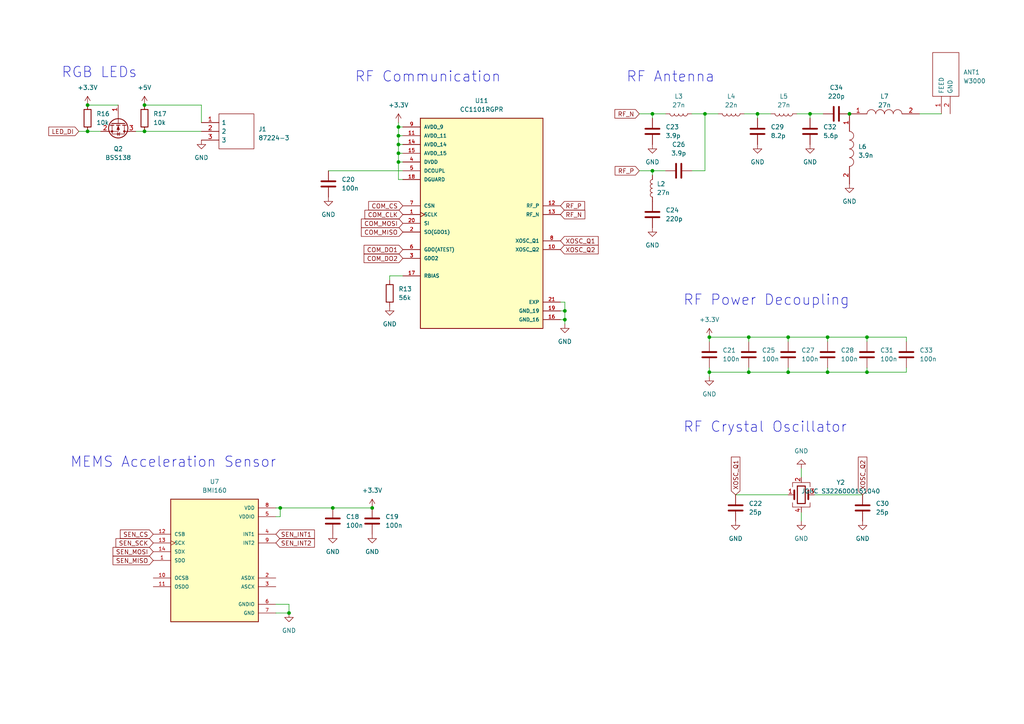
<source format=kicad_sch>
(kicad_sch (version 20230121) (generator eeschema)
  (paper "A4")
  (lib_symbols
    (symbol "87224-3:87224-3" (pin_names (offset 0.762))
      (property "Reference" "J" (at 16.51 7.62 0))
      (property "Value" "87224-3" (at 16.51 5.08 0))
      (symbol "87224-3_0_0"
        (pin passive line (at 0 0 0) (length 5.08) (name "1") (number "1"))
        (pin passive line (at 0 -2.54 0) (length 5.08) (name "2") (number "2"))
        (pin passive line (at 0 -5.08 0) (length 5.08) (name "3") (number "3"))
      )
      (symbol "87224-3_0_1"
        (polyline (pts (xy 5.08 2.54) (xy 15.24 2.54) (xy 15.24 -7.62) (xy 5.08 -7.62) (xy 5.08 2.54)) (stroke (width 0.1524)))
      )
    )
    (symbol "BMI160:BMI160" (pin_names (offset 1.016))
      (property "Reference" "U" (at -12.7 18.415 0))
      (property "Value" "BMI160" (at -12.7 -20.32 0))
      (symbol "BMI160_0_0"
        (rectangle (start -12.7 -17.78) (end 12.7 17.78) (stroke (width 0.254)) (fill (type background)))
        (pin bidirectional line (at -17.78 0 0) (length 5.08) (name "SDO") (number "1"))
        (pin input line (at -17.78 -5.08 0) (length 5.08) (name "OCSB") (number "10"))
        (pin output line (at -17.78 -7.62 0) (length 5.08) (name "OSDO") (number "11"))
        (pin input line (at -17.78 7.62 0) (length 5.08) (name "CSB") (number "12"))
        (pin input clock (at -17.78 5.08 0) (length 5.08) (name "SCX") (number "13"))
        (pin bidirectional line (at -17.78 2.54 0) (length 5.08) (name "SDX") (number "14"))
        (pin bidirectional line (at 17.78 -5.08 180) (length 5.08) (name "ASDX") (number "2"))
        (pin bidirectional line (at 17.78 -7.62 180) (length 5.08) (name "ASCX") (number "3"))
        (pin bidirectional line (at 17.78 7.62 180) (length 5.08) (name "INT1") (number "4"))
        (pin power_in line (at 17.78 12.7 180) (length 5.08) (name "VDDIO") (number "5"))
        (pin power_in line (at 17.78 -12.7 180) (length 5.08) (name "GNDIO") (number "6"))
        (pin power_in line (at 17.78 -15.24 180) (length 5.08) (name "GND") (number "7"))
        (pin power_in line (at 17.78 15.24 180) (length 5.08) (name "VDD") (number "8"))
        (pin bidirectional line (at 17.78 5.08 180) (length 5.08) (name "INT2") (number "9"))
      )
    )
    (symbol "CC1101RGPR:CC1101RGPR" (pin_names (offset 1.016))
      (property "Reference" "U" (at -17.78 30.48 0))
      (property "Value" "CC1101RGPR" (at -17.78 -33.02 0))
      (symbol "CC1101RGPR_0_0"
        (rectangle (start -17.78 -30.48) (end 17.78 30.48) (stroke (width 0.254)) (fill (type background)))
        (pin input clock (at -22.86 2.54 0) (length 5.08) (name "SCLK") (number "1"))
        (pin bidirectional line (at 22.86 -7.62 180) (length 5.08) (name "XOSC_Q2") (number "10"))
        (pin power_in line (at -22.86 25.4 0) (length 5.08) (name "AVDD_11") (number "11"))
        (pin bidirectional line (at 22.86 5.08 180) (length 5.08) (name "RF_P") (number "12"))
        (pin bidirectional line (at 22.86 2.54 180) (length 5.08) (name "RF_N") (number "13"))
        (pin power_in line (at -22.86 22.86 0) (length 5.08) (name "AVDD_14") (number "14"))
        (pin power_in line (at -22.86 20.32 0) (length 5.08) (name "AVDD_15") (number "15"))
        (pin power_in line (at 22.86 -27.94 180) (length 5.08) (name "GND_16") (number "16"))
        (pin bidirectional line (at -22.86 -15.24 0) (length 5.08) (name "RBIAS") (number "17"))
        (pin power_in line (at -22.86 12.7 0) (length 5.08) (name "DGUARD") (number "18"))
        (pin power_in line (at 22.86 -25.4 180) (length 5.08) (name "GND_19") (number "19"))
        (pin output line (at -22.86 -2.54 0) (length 5.08) (name "SO(GDO1)") (number "2"))
        (pin input line (at -22.86 0 0) (length 5.08) (name "SI") (number "20"))
        (pin power_in line (at 22.86 -22.86 180) (length 5.08) (name "EXP") (number "21"))
        (pin output line (at -22.86 -10.16 0) (length 5.08) (name "GDO2") (number "3"))
        (pin power_in line (at -22.86 17.78 0) (length 5.08) (name "DVDD") (number "4"))
        (pin power_in line (at -22.86 15.24 0) (length 5.08) (name "DCOUPL") (number "5"))
        (pin bidirectional line (at -22.86 -7.62 0) (length 5.08) (name "GDO(ATEST)") (number "6"))
        (pin input line (at -22.86 5.08 0) (length 5.08) (name "CSN") (number "7"))
        (pin bidirectional line (at 22.86 -5.08 180) (length 5.08) (name "XOSC_Q1") (number "8"))
        (pin power_in line (at -22.86 27.94 0) (length 5.08) (name "AVDD_9") (number "9"))
      )
    )
    (symbol "Device:C" (pin_numbers hide) (pin_names (offset 0.254))
      (property "Reference" "C" (at 0.635 2.54 0))
      (property "Value" "C" (at 0.635 -2.54 0))
      (symbol "C_0_1"
        (polyline (pts (xy -2.032 -0.762) (xy 2.032 -0.762)) (stroke (width 0.508)))
        (polyline (pts (xy -2.032 0.762) (xy 2.032 0.762)) (stroke (width 0.508)))
      )
      (symbol "C_1_1"
        (pin passive line (at 0 3.81 270) (length 2.794) (name "~") (number "1"))
        (pin passive line (at 0 -3.81 90) (length 2.794) (name "~") (number "2"))
      )
    )
    (symbol "Device:Crystal_GND24" (pin_names (offset 1.016) hide)
      (property "Reference" "Y" (at 3.175 5.08 0))
      (property "Value" "Crystal_GND24" (at 3.175 3.175 0))
      (symbol "Crystal_GND24_0_1"
        (rectangle (start -1.143 2.54) (end 1.143 -2.54) (stroke (width 0.3048)))
        (polyline (pts (xy -2.54 0) (xy -2.032 0)))
        (polyline (pts (xy -2.032 -1.27) (xy -2.032 1.27)) (stroke (width 0.508)))
        (polyline (pts (xy 0 -3.81) (xy 0 -3.556)))
        (polyline (pts (xy 0 3.556) (xy 0 3.81)))
        (polyline (pts (xy 2.032 -1.27) (xy 2.032 1.27)) (stroke (width 0.508)))
        (polyline (pts (xy 2.032 0) (xy 2.54 0)))
        (polyline (pts (xy -2.54 -2.286) (xy -2.54 -3.556) (xy 2.54 -3.556) (xy 2.54 -2.286)))
        (polyline (pts (xy -2.54 2.286) (xy -2.54 3.556) (xy 2.54 3.556) (xy 2.54 2.286)))
      )
      (symbol "Crystal_GND24_1_1"
        (pin passive line (at -3.81 0 0) (length 1.27) (name "1") (number "1"))
        (pin passive line (at 0 5.08 270) (length 1.27) (name "2") (number "2"))
        (pin passive line (at 3.81 0 180) (length 1.27) (name "3") (number "3"))
        (pin passive line (at 0 -5.08 90) (length 1.27) (name "4") (number "4"))
      )
    )
    (symbol "Device:L" (pin_numbers hide) (pin_names (offset 1.016) hide)
      (property "Reference" "L" (at -1.27 0 90))
      (property "Value" "L" (at 1.905 0 90))
      (symbol "L_0_1"
        (arc (start 0 -2.54) (mid 0.6323 -1.905) (end 0 -1.27))
        (arc (start 0 -1.27) (mid 0.6323 -0.635) (end 0 0))
        (arc (start 0 0) (mid 0.6323 0.635) (end 0 1.27))
        (arc (start 0 1.27) (mid 0.6323 1.905) (end 0 2.54))
      )
      (symbol "L_1_1"
        (pin passive line (at 0 3.81 270) (length 1.27) (name "1") (number "1"))
        (pin passive line (at 0 -3.81 90) (length 1.27) (name "2") (number "2"))
      )
    )
    (symbol "Device:R" (pin_numbers hide) (pin_names (offset 0))
      (property "Reference" "R" (at 2.032 0 90))
      (property "Value" "R" (at 0 0 90))
      (symbol "R_0_1"
        (rectangle (start -1.016 -2.54) (end 1.016 2.54) (stroke (width 0.254)))
      )
      (symbol "R_1_1"
        (pin passive line (at 0 3.81 270) (length 1.27) (name "~") (number "1"))
        (pin passive line (at 0 -3.81 90) (length 1.27) (name "~") (number "2"))
      )
    )
    (symbol "MHQ1005P3N9CT000:MHQ1005P3N9CT000" (pin_names (offset 0.762))
      (property "Reference" "L" (at 16.51 6.35 0))
      (property "Value" "MHQ1005P3N9CT000" (at 16.51 3.81 0))
      (symbol "MHQ1005P3N9CT000_0_0"
        (pin passive line (at 0 0 0) (length 5.08) (name "~") (number "1"))
        (pin passive line (at 20.32 0 180) (length 5.08) (name "~") (number "2"))
      )
      (symbol "MHQ1005P3N9CT000_0_1"
        (arc (start 7.62 0) (mid 6.35 1.2202) (end 5.08 0) (stroke (width 0.1524)))
        (arc (start 10.16 0) (mid 8.89 1.2202) (end 7.62 0) (stroke (width 0.1524)))
        (arc (start 12.7 0) (mid 11.43 1.2202) (end 10.16 0) (stroke (width 0.1524)))
        (arc (start 15.24 0) (mid 13.97 1.2202) (end 12.7 0) (stroke (width 0.1524)))
      )
    )
    (symbol "MLG1005S27NHT000:MLG1005S27NHT000" (pin_names (offset 0.762))
      (property "Reference" "L7" (at 10.16 5.08 0))
      (property "Value" "MLG1005S27NHT000" (at 10.16 2.54 0))
      (symbol "MLG1005S27NHT000_0_0"
        (pin passive line (at 0 0 0) (length 5.08) (name "~") (number "1"))
        (pin passive line (at 20.32 0 180) (length 5.08) (name "~") (number "2"))
      )
      (symbol "MLG1005S27NHT000_0_1"
        (arc (start 7.62 0) (mid 6.35 1.2202) (end 5.08 0) (stroke (width 0.1524)))
        (arc (start 12.7 0) (mid 11.43 1.2202) (end 10.16 0) (stroke (width 0.1524)))
        (arc (start 15.24 0) (mid 13.97 1.2202) (end 12.7 0) (stroke (width 0.1524)))
      )
      (symbol "MLG1005S27NHT000_1_1"
        (arc (start 10.16 0) (mid 8.89 1.2202) (end 7.62 0) (stroke (width 0.1524)))
      )
    )
    (symbol "Transistor_FET:BSS138" (pin_names hide)
      (property "Reference" "Q" (at 5.08 1.905 0))
      (property "Value" "BSS138" (at 5.08 0 0))
      (symbol "BSS138_0_1"
        (polyline (pts (xy 0.254 0) (xy -2.54 0)))
        (polyline (pts (xy 0.254 1.905) (xy 0.254 -1.905)) (stroke (width 0.254)))
        (polyline (pts (xy 0.762 -1.27) (xy 0.762 -2.286)) (stroke (width 0.254)))
        (polyline (pts (xy 0.762 0.508) (xy 0.762 -0.508)) (stroke (width 0.254)))
        (polyline (pts (xy 0.762 2.286) (xy 0.762 1.27)) (stroke (width 0.254)))
        (polyline (pts (xy 2.54 2.54) (xy 2.54 1.778)))
        (polyline (pts (xy 2.54 -2.54) (xy 2.54 0) (xy 0.762 0)))
        (polyline (pts (xy 0.762 -1.778) (xy 3.302 -1.778) (xy 3.302 1.778) (xy 0.762 1.778)))
        (polyline (pts (xy 1.016 0) (xy 2.032 0.381) (xy 2.032 -0.381) (xy 1.016 0)) (fill (type outline)))
        (polyline (pts (xy 2.794 0.508) (xy 2.921 0.381) (xy 3.683 0.381) (xy 3.81 0.254)))
        (polyline (pts (xy 3.302 0.381) (xy 2.921 -0.254) (xy 3.683 -0.254) (xy 3.302 0.381)))
        (circle (center 1.651 0) (radius 2.794) (stroke (width 0.254)))
        (circle (center 2.54 -1.778) (radius 0.254) (fill (type outline)))
        (circle (center 2.54 1.778) (radius 0.254) (fill (type outline)))
      )
      (symbol "BSS138_1_1"
        (pin input line (at -5.08 0 0) (length 2.54) (name "G") (number "1"))
        (pin passive line (at 2.54 -5.08 90) (length 2.54) (name "S") (number "2"))
        (pin passive line (at 2.54 5.08 270) (length 2.54) (name "D") (number "3"))
      )
    )
    (symbol "W3000:W3000" (pin_names (offset 0.762))
      (property "Reference" "ANT" (at 19.05 7.62 0))
      (property "Value" "W3000" (at 19.05 5.08 0))
      (symbol "W3000_0_0"
        (pin passive line (at 0 0 0) (length 5.08) (name "FEED") (number "1"))
        (pin passive line (at 0 -2.54 0) (length 5.08) (name "GND") (number "2"))
      )
      (symbol "W3000_0_1"
        (polyline (pts (xy 5.08 2.54) (xy 17.78 2.54) (xy 17.78 -5.08) (xy 5.08 -5.08) (xy 5.08 2.54)) (stroke (width 0.1524)))
      )
    )
    (symbol "power:+3.3V" (power) (pin_names (offset 0))
      (property "Value" "+3.3V" (at 0 3.556 0))
      (symbol "+3.3V_0_1"
        (polyline (pts (xy -0.762 1.27) (xy 0 2.54)))
        (polyline (pts (xy 0 0) (xy 0 2.54)))
        (polyline (pts (xy 0 2.54) (xy 0.762 1.27)))
      )
      (symbol "+3.3V_1_1"
        (pin power_in line (at 0 0 90) (length 0) hide (name "+3.3V") (number "1"))
      )
    )
    (symbol "power:+5V" (power) (pin_names (offset 0))
      (property "Value" "+5V" (at 0 3.556 0))
      (symbol "+5V_0_1"
        (polyline (pts (xy -0.762 1.27) (xy 0 2.54)))
        (polyline (pts (xy 0 0) (xy 0 2.54)))
        (polyline (pts (xy 0 2.54) (xy 0.762 1.27)))
      )
      (symbol "+5V_1_1"
        (pin power_in line (at 0 0 90) (length 0) hide (name "+5V") (number "1"))
      )
    )
    (symbol "power:GND" (power) (pin_names (offset 0))
      (property "Value" "GND" (at 0 -3.81 0))
      (symbol "GND_0_1"
        (polyline (pts (xy 0 0) (xy 0 -1.27) (xy 1.27 -1.27) (xy 0 -2.54) (xy -1.27 -1.27) (xy 0 -1.27)))
      )
      (symbol "GND_1_1"
        (pin power_in line (at 0 0 270) (length 0) hide (name "GND") (number "1"))
      )
    )
  )
  (junction (at 107.95 147.32))
  (junction (at 251.46 97.79))
  (junction (at 189.23 49.53))
  (junction (at 81.28 147.32))
  (junction (at 25.4 30.48))
  (junction (at 115.57 39.37))
  (junction (at 163.83 90.17))
  (junction (at 234.95 33.02))
  (junction (at 96.52 147.32))
  (junction (at 228.6 107.95))
  (junction (at 205.74 97.79))
  (junction (at 41.91 30.48))
  (junction (at 228.6 97.79))
  (junction (at 189.23 33.02))
  (junction (at 83.82 177.8))
  (junction (at 219.71 33.02))
  (junction (at 240.03 107.95))
  (junction (at 204.47 33.02))
  (junction (at 25.4 38.1))
  (junction (at 251.46 107.95))
  (junction (at 115.57 41.91))
  (junction (at 115.57 36.83))
  (junction (at 205.74 107.95))
  (junction (at 115.57 46.99))
  (junction (at 246.38 33.02))
  (junction (at 240.03 97.79))
  (junction (at 163.83 92.71))
  (junction (at 115.57 44.45))
  (junction (at 217.17 97.79))
  (junction (at 217.17 107.95))
  (junction (at 41.91 38.1))
  (wire (pts (xy 96.52 147.32) (xy 107.95 147.32)))
  (wire (pts (xy 162.56 90.17) (xy 163.83 90.17)))
  (wire (pts (xy 240.03 106.68) (xy 240.03 107.95)))
  (wire (pts (xy 80.01 175.26) (xy 83.82 175.26)))
  (wire (pts (xy 83.82 175.26) (xy 83.82 177.8)))
  (wire (pts (xy 80.01 177.8) (xy 83.82 177.8)))
  (wire (pts (xy 189.23 33.02) (xy 193.04 33.02)))
  (wire (pts (xy 115.57 44.45) (xy 115.57 41.91)))
  (wire (pts (xy 95.25 49.53) (xy 116.84 49.53)))
  (wire (pts (xy 115.57 46.99) (xy 115.57 44.45)))
  (wire (pts (xy 217.17 97.79) (xy 228.6 97.79)))
  (wire (pts (xy 115.57 52.07) (xy 115.57 46.99)))
  (wire (pts (xy 236.22 143.51) (xy 250.19 143.51)))
  (wire (pts (xy 213.36 143.51) (xy 228.6 143.51)))
  (wire (pts (xy 115.57 41.91) (xy 115.57 39.37)))
  (wire (pts (xy 163.83 87.63) (xy 163.83 90.17)))
  (wire (pts (xy 58.42 35.56) (xy 58.42 30.48)))
  (wire (pts (xy 251.46 107.95) (xy 262.89 107.95)))
  (wire (pts (xy 205.74 107.95) (xy 205.74 109.22)))
  (wire (pts (xy 116.84 52.07) (xy 115.57 52.07)))
  (wire (pts (xy 204.47 33.02) (xy 208.28 33.02)))
  (wire (pts (xy 200.66 33.02) (xy 204.47 33.02)))
  (wire (pts (xy 22.86 38.1) (xy 25.4 38.1)))
  (wire (pts (xy 204.47 49.53) (xy 204.47 33.02)))
  (wire (pts (xy 39.37 38.1) (xy 41.91 38.1)))
  (wire (pts (xy 41.91 38.1) (xy 58.42 38.1)))
  (wire (pts (xy 113.03 80.01) (xy 113.03 81.28)))
  (wire (pts (xy 58.42 30.48) (xy 41.91 30.48)))
  (wire (pts (xy 189.23 49.53) (xy 193.04 49.53)))
  (wire (pts (xy 205.74 106.68) (xy 205.74 107.95)))
  (wire (pts (xy 228.6 97.79) (xy 228.6 99.06)))
  (wire (pts (xy 115.57 46.99) (xy 116.84 46.99)))
  (wire (pts (xy 217.17 97.79) (xy 217.17 99.06)))
  (wire (pts (xy 273.05 33.02) (xy 266.7 33.02)))
  (wire (pts (xy 262.89 97.79) (xy 262.89 99.06)))
  (wire (pts (xy 228.6 107.95) (xy 240.03 107.95)))
  (wire (pts (xy 217.17 107.95) (xy 228.6 107.95)))
  (wire (pts (xy 189.23 33.02) (xy 189.23 34.29)))
  (wire (pts (xy 163.83 90.17) (xy 163.83 92.71)))
  (wire (pts (xy 115.57 35.56) (xy 115.57 36.83)))
  (wire (pts (xy 25.4 38.1) (xy 29.21 38.1)))
  (wire (pts (xy 81.28 147.32) (xy 96.52 147.32)))
  (wire (pts (xy 80.01 149.86) (xy 81.28 149.86)))
  (wire (pts (xy 215.9 33.02) (xy 219.71 33.02)))
  (wire (pts (xy 232.41 135.89) (xy 232.41 138.43)))
  (wire (pts (xy 262.89 106.68) (xy 262.89 107.95)))
  (wire (pts (xy 185.42 33.02) (xy 189.23 33.02)))
  (wire (pts (xy 219.71 33.02) (xy 219.71 34.29)))
  (wire (pts (xy 251.46 97.79) (xy 251.46 99.06)))
  (wire (pts (xy 219.71 33.02) (xy 223.52 33.02)))
  (wire (pts (xy 205.74 107.95) (xy 217.17 107.95)))
  (wire (pts (xy 205.74 99.06) (xy 205.74 97.79)))
  (wire (pts (xy 240.03 107.95) (xy 251.46 107.95)))
  (wire (pts (xy 162.56 87.63) (xy 163.83 87.63)))
  (wire (pts (xy 228.6 106.68) (xy 228.6 107.95)))
  (wire (pts (xy 116.84 39.37) (xy 115.57 39.37)))
  (wire (pts (xy 116.84 41.91) (xy 115.57 41.91)))
  (wire (pts (xy 234.95 33.02) (xy 238.76 33.02)))
  (wire (pts (xy 80.01 147.32) (xy 81.28 147.32)))
  (wire (pts (xy 251.46 106.68) (xy 251.46 107.95)))
  (wire (pts (xy 231.14 33.02) (xy 234.95 33.02)))
  (wire (pts (xy 163.83 92.71) (xy 162.56 92.71)))
  (wire (pts (xy 234.95 33.02) (xy 234.95 34.29)))
  (wire (pts (xy 185.42 49.53) (xy 189.23 49.53)))
  (wire (pts (xy 189.23 49.53) (xy 189.23 50.8)))
  (wire (pts (xy 25.4 30.48) (xy 34.29 30.48)))
  (wire (pts (xy 163.83 93.98) (xy 163.83 92.71)))
  (wire (pts (xy 240.03 97.79) (xy 228.6 97.79)))
  (wire (pts (xy 217.17 106.68) (xy 217.17 107.95)))
  (wire (pts (xy 81.28 147.32) (xy 81.28 149.86)))
  (wire (pts (xy 240.03 97.79) (xy 251.46 97.79)))
  (wire (pts (xy 115.57 39.37) (xy 115.57 36.83)))
  (wire (pts (xy 200.66 49.53) (xy 204.47 49.53)))
  (wire (pts (xy 116.84 44.45) (xy 115.57 44.45)))
  (wire (pts (xy 251.46 97.79) (xy 262.89 97.79)))
  (wire (pts (xy 116.84 80.01) (xy 113.03 80.01)))
  (wire (pts (xy 115.57 36.83) (xy 116.84 36.83)))
  (wire (pts (xy 205.74 97.79) (xy 217.17 97.79)))
  (wire (pts (xy 240.03 99.06) (xy 240.03 97.79)))
  (wire (pts (xy 232.41 148.59) (xy 232.41 151.13)))
  (text "MEMS Acceleration Sensor" (at 20.32 135.89 0) (effects (font (size 3 3)) (justify left bottom)))
  (text "RF Power Decoupling\n" (at 198.12 88.9 0) (effects (font (size 3 3)) (justify left bottom)))
  (text "RF Communication" (at 102.87 24.13 0) (effects (font (size 3 3)) (justify left bottom)))
  (text "RF Crystal Oscillator" (at 198.12 125.73 0) (effects (font (size 3 3)) (justify left bottom)))
  (text "RF Antenna" (at 181.61 24.13 0) (effects (font (size 3 3)) (justify left bottom)))
  (text "RGB LEDs" (at 17.78 22.86 0) (effects (font (size 3 3)) (justify left bottom)))
  (global_label "COM_MISO" (shape input) (at 116.84 67.31 180) (property "Intersheetrefs" "${INTERSHEET_REFS}" (effects hide)))
  (global_label "XOSC_Q1" (shape input) (at 213.36 143.51 90) (property "Intersheetrefs" "${INTERSHEET_REFS}" (effects hide)))
  (global_label "COM_DO2" (shape input) (at 116.84 74.93 180) (property "Intersheetrefs" "${INTERSHEET_REFS}" (effects hide)))
  (global_label "SEN_CS" (shape input) (at 44.45 154.94 180) (property "Intersheetrefs" "${INTERSHEET_REFS}" (effects hide)))
  (global_label "RF_N" (shape input) (at 185.42 33.02 180) (property "Intersheetrefs" "${INTERSHEET_REFS}" (effects hide)))
  (global_label "COM_DO1" (shape input) (at 116.84 72.39 180) (property "Intersheetrefs" "${INTERSHEET_REFS}" (effects hide)))
  (global_label "XOSC_Q2" (shape input) (at 250.19 143.51 90) (property "Intersheetrefs" "${INTERSHEET_REFS}" (effects hide)))
  (global_label "RF_N" (shape input) (at 162.56 62.23 0) (property "Intersheetrefs" "${INTERSHEET_REFS}" (effects hide)))
  (global_label "COM_MOSI" (shape input) (at 116.84 64.77 180) (property "Intersheetrefs" "${INTERSHEET_REFS}" (effects hide)))
  (global_label "LED_DI" (shape input) (at 22.86 38.1 180) (property "Intersheetrefs" "${INTERSHEET_REFS}" (effects hide)))
  (global_label "COM_CLK" (shape input) (at 116.84 62.23 180) (property "Intersheetrefs" "${INTERSHEET_REFS}" (effects hide)))
  (global_label "SEN_MISO" (shape input) (at 44.45 162.56 180) (property "Intersheetrefs" "${INTERSHEET_REFS}" (effects hide)))
  (global_label "RF_P" (shape input) (at 162.56 59.69 0) (property "Intersheetrefs" "${INTERSHEET_REFS}" (effects hide)))
  (global_label "XOSC_Q2" (shape input) (at 162.56 72.39 0) (property "Intersheetrefs" "${INTERSHEET_REFS}" (effects hide)))
  (global_label "XOSC_Q1" (shape input) (at 162.56 69.85 0) (property "Intersheetrefs" "${INTERSHEET_REFS}" (effects hide)))
  (global_label "SEN_SCK" (shape input) (at 44.45 157.48 180) (property "Intersheetrefs" "${INTERSHEET_REFS}" (effects hide)))
  (global_label "SEN_INT1" (shape input) (at 80.01 154.94 0) (property "Intersheetrefs" "${INTERSHEET_REFS}" (effects hide)))
  (global_label "RF_P" (shape input) (at 185.42 49.53 180) (property "Intersheetrefs" "${INTERSHEET_REFS}" (effects hide)))
  (global_label "SEN_INT2" (shape input) (at 80.01 157.48 0) (property "Intersheetrefs" "${INTERSHEET_REFS}" (effects hide)))
  (global_label "SEN_MOSI" (shape input) (at 44.45 160.02 180) (property "Intersheetrefs" "${INTERSHEET_REFS}" (effects hide)))
  (global_label "COM_CS" (shape input) (at 116.84 59.69 180) (property "Intersheetrefs" "${INTERSHEET_REFS}" (effects hide)))
  (symbol (lib_id "power:+3.3V") (at 205.74 97.79 0) (unit 1)
    (property "Reference" "#PWR0152" (effects hide))
    (property "Value" "+3.3V" (at 205.74 92.71 0))
  )
  (symbol (lib_id "power:GND") (at 213.36 151.13 0) (unit 1)
    (property "Reference" "#PWR0157" (effects hide))
    (property "Value" "GND" (at 213.36 156.21 0))
  )
  (symbol (lib_id "power:GND") (at 232.41 135.89 180) (unit 1)
    (property "Reference" "#PWR0154" (effects hide))
    (property "Value" "GND" (at 232.41 130.81 0))
  )
  (symbol (lib_id "Device:C") (at 96.52 151.13 0) (unit 1)
    (property "Reference" "C18" (at 100.33 149.8599 0) (effects (justify left)))
    (property "Value" "100n" (at 100.33 152.3999 0) (effects (justify left)))
    (property "Footprint" "Capacitor_SMD:C_0201_0603Metric" (effects hide))
    (property "Note" "https://www.lcsc.com/product-detail/Multilayer-Ceramic-Capacitors-MLCC-SMD-SMT_FH-Guangdong-Fenghua-Advanced-Tech-0201X104K6R3NT_C66938.html" (effects hide))
    (property "vendor" "C30926" (effects hide))
    (property "Vendor" "C30926" (effects hide))
    (property "LCSC" "C66938" (effects hide))
  )
  (symbol (lib_id "Device:C") (at 196.85 49.53 90) (unit 1)
    (property "Reference" "C26" (at 196.85 41.91 90))
    (property "Value" "3.9p" (at 196.85 44.45 90))
    (property "Footprint" "Capacitor_SMD:C_0201_0603Metric" (effects hide))
    (property "Note" "https://www.lcsc.com/product-detail/Multilayer-Ceramic-Capacitors-MLCC-SMD-SMT_FH-Guangdong-Fenghua-Advanced-Tech-0201CG3R9B500NT_C285000.html" (effects hide))
    (property "vendor" "C519107" (effects hide))
    (property "Vendor" "C519107" (effects hide))
    (property "LCSC" "C285000" (effects hide))
  )
  (symbol (lib_id "power:GND") (at 113.03 88.9 0) (unit 1)
    (property "Reference" "#PWR0153" (effects hide))
    (property "Value" "GND" (at 113.03 93.98 0))
  )
  (symbol (lib_id "BMI160:BMI160") (at 62.23 162.56 0) (unit 1)
    (property "Reference" "U7" (at 62.23 139.7 0))
    (property "Value" "BMI160" (at 62.23 142.24 0))
    (property "Footprint" "SnapEDA Library:PQFN50P250X300X88-14N" (effects hide))
    (property "PARTREV" "1.0" (effects hide))
    (property "STANDARD" "IPC 7351B" (effects hide))
    (property "MAXIMUM_PACKAGE_HEIGHT" "0.88 mm" (effects hide))
    (property "MANUFACTURER" "Bosch" (effects hide))
    (property "Note" "https://www.lcsc.com/product-detail/Attitude-Sensor-Gyroscope_Bosch-Sensortec-BMI160_C94021.html" (effects hide))
    (property "vendor" "C94021" (effects hide))
    (property "Vendor" "C94021" (effects hide))
    (property "LCSC" "C94021" (effects hide))
  )
  (symbol (lib_id "power:GND") (at 219.71 41.91 0) (unit 1)
    (property "Reference" "#PWR0161" (effects hide))
    (property "Value" "GND" (at 219.71 46.99 0))
  )
  (symbol (lib_id "power:+3.3V") (at 115.57 35.56 0) (unit 1)
    (property "Reference" "#PWR0120" (effects hide))
    (property "Value" "+3.3V" (at 115.57 30.48 0))
  )
  (symbol (lib_id "power:GND") (at 83.82 177.8 0) (unit 1)
    (property "Reference" "#PWR0138" (effects hide))
    (property "Value" "GND" (at 83.82 182.88 0))
  )
  (symbol (lib_id "MLG1005S27NHT000:MLG1005S27NHT000") (at 246.38 33.02 0) (unit 1)
    (property "Reference" "L7" (at 256.54 27.94 0))
    (property "Value" "27n" (at 256.54 30.48 0))
    (property "Footprint" "KiCad:MLG1005" (effects hide))
    (property "Datasheet" "https://product.tdk.com/system/files/dam/doc/product/inductor/inductor/smd/catalog/inductor_commercial_high-frequency_mlg1005s_en.pdf" (effects hide))
    (property "Description" "Unshielded Multilayer Inductor 1A x 0402 (1005 Metric)" (effects hide))
    (property "Manufacturer_Name" "TDK" (effects hide))
    (property "Manufacturer_Part_Number" "MLG1005S27NHT000" (effects hide))
    (property "Mouser Part Number" "810-MLG1005S27NHT000" (effects hide))
    (property "Mouser Price/Stock" "https://www.mouser.com/Search/Refine.aspx?Keyword=810-MLG1005S27NHT000" (effects hide))
    (property "LCSC" "C275283" (effects hide))
    (property "Note" "https://www.lcsc.com/product-detail/Inductors-SMD_TDK-MLG1005S2N7CT000_C275283.html" (effects hide))
  )
  (symbol (lib_id "Device:C") (at 107.95 151.13 0) (unit 1)
    (property "Reference" "C19" (at 111.76 149.8599 0) (effects (justify left)))
    (property "Value" "100n" (at 111.76 152.3999 0) (effects (justify left)))
    (property "Footprint" "Capacitor_SMD:C_0201_0603Metric" (effects hide))
    (property "Note" "https://www.lcsc.com/product-detail/Multilayer-Ceramic-Capacitors-MLCC-SMD-SMT_FH-Guangdong-Fenghua-Advanced-Tech-0201X104K6R3NT_C66938.html" (effects hide))
    (property "vendor" "C30926" (effects hide))
    (property "Vendor" "C30926" (effects hide))
    (property "LCSC" "C66938" (effects hide))
  )
  (symbol (lib_id "Device:C") (at 242.57 33.02 90) (unit 1)
    (property "Reference" "C34" (at 242.57 25.4 90))
    (property "Value" "220p" (at 242.57 27.94 90))
    (property "Footprint" "Capacitor_SMD:C_0201_0603Metric" (effects hide))
    (property "Note" "https://www.lcsc.com/product-detail/Multilayer-Ceramic-Capacitors-MLCC-SMD-SMT_Darfon-Elec-C0603X7R221KGT_C258475.html" (effects hide))
    (property "vendor" "C107081" (effects hide))
    (property "Vendor" "C107081" (effects hide))
    (property "LCSC" "C258475" (effects hide))
  )
  (symbol (lib_id "power:+3.3V") (at 107.95 147.32 0) (unit 1)
    (property "Reference" "#PWR0139" (effects hide))
    (property "Value" "+3.3V" (at 107.95 142.24 0))
  )
  (symbol (lib_id "Transistor_FET:BSS138") (at 34.29 35.56 270) (unit 1)
    (property "Reference" "Q2" (at 34.29 43.18 90))
    (property "Value" "BSS138" (at 34.29 45.72 90))
    (property "Footprint" "Package_TO_SOT_SMD:SOT-23" (effects hide))
    (property "Datasheet" "https://www.onsemi.com/pub/Collateral/BSS138-D.PDF" (effects hide))
    (property "Note" "https://www.lcsc.com/product-detail/MOSFETs_GOODWORK-BSS138_C2938375.html" (effects hide))
    (property "vendor" "C3040446" (effects hide))
    (property "Vendor" "C3040446" (effects hide))
    (property "LCSC" "C2938375" (effects hide))
  )
  (symbol (lib_id "Device:L") (at 196.85 33.02 270) (unit 1)
    (property "Reference" "L3" (at 196.85 27.94 90))
    (property "Value" "27n" (at 196.85 30.48 90))
    (property "Footprint" "Inductor_SMD:L_0201_0603Metric" (effects hide))
    (property "Note" "https://www.lcsc.com/product-detail/Inductors-SMD_Sunlord-SDCL0603Q27NJT02_C95928.html" (effects hide))
    (property "vendor" "C90208" (effects hide))
    (property "Vendor" "C90208" (effects hide))
    (property "LCSC" "C95928" (effects hide))
  )
  (symbol (lib_id "Device:R") (at 113.03 85.09 0) (unit 1)
    (property "Reference" "R13" (at 115.57 83.8199 0) (effects (justify left)))
    (property "Value" "56k" (at 115.57 86.3599 0) (effects (justify left)))
    (property "Footprint" "Resistor_SMD:R_0201_0603Metric" (effects hide))
    (property "Note" "https://www.lcsc.com/product-detail/Chip-Resistor-Surface-Mount_YAGEO-RC0201DR-0756KL_C851761.html" (effects hide))
    (property "vendor" "C23206" (effects hide))
    (property "Vendor" "C23206" (effects hide))
    (property "LCSC" "C851761" (effects hide))
  )
  (symbol (lib_id "power:+3.3V") (at 25.4 30.48 0) (unit 1)
    (property "Reference" "#PWR010" (effects hide))
    (property "Value" "+3.3V" (at 25.4 25.4 0))
  )
  (symbol (lib_id "power:GND") (at 96.52 154.94 0) (unit 1)
    (property "Reference" "#PWR0140" (effects hide))
    (property "Value" "GND" (at 96.52 160.02 0))
  )
  (symbol (lib_id "Device:C") (at 205.74 102.87 0) (unit 1)
    (property "Reference" "C21" (at 209.55 101.5999 0) (effects (justify left)))
    (property "Value" "100n" (at 209.55 104.1399 0) (effects (justify left)))
    (property "Footprint" "Capacitor_SMD:C_0201_0603Metric" (effects hide))
    (property "Note" "https://www.lcsc.com/product-detail/Multilayer-Ceramic-Capacitors-MLCC-SMD-SMT_FH-Guangdong-Fenghua-Advanced-Tech-0201X104K6R3NT_C66938.html" (effects hide))
    (property "vendor" "C30926" (effects hide))
    (property "Vendor" "C30926" (effects hide))
    (property "LCSC" "C66938" (effects hide))
  )
  (symbol (lib_id "Device:C") (at 213.36 147.32 0) (unit 1)
    (property "Reference" "C22" (at 217.17 146.0499 0) (effects (justify left)))
    (property "Value" "25p" (at 217.17 148.5899 0) (effects (justify left)))
    (property "Footprint" "Capacitor_SMD:C_0402_1005Metric" (effects hide))
    (property "Note" "https://www.lcsc.com/product-detail/Multilayer-Ceramic-Capacitors-MLCC-SMD-SMT_Chinocera-HGC0402G0250J500NTEJ_C5186872.html" (effects hide))
    (property "vendor" "C282067" (effects hide))
    (property "Vendor" "C282067" (effects hide))
    (property "LCSC" "C5186872" (effects hide))
  )
  (symbol (lib_id "Device:L") (at 189.23 54.61 180) (unit 1)
    (property "Reference" "L2" (at 190.5 53.3399 0) (effects (justify right)))
    (property "Value" "27n" (at 190.5 55.8799 0) (effects (justify right)))
    (property "Footprint" "Inductor_SMD:L_0201_0603Metric" (effects hide))
    (property "Note" "https://www.lcsc.com/product-detail/Inductors-SMD_Sunlord-SDCL0603Q27NJT02_C95928.html" (effects hide))
    (property "vendor" "C90208" (effects hide))
    (property "Vendor" "C90208" (effects hide))
    (property "LCSC" "C95928" (effects hide))
  )
  (symbol (lib_id "Device:C") (at 251.46 102.87 0) (unit 1)
    (property "Reference" "C31" (at 255.27 101.5999 0) (effects (justify left)))
    (property "Value" "100n" (at 255.27 104.1399 0) (effects (justify left)))
    (property "Footprint" "Capacitor_SMD:C_0201_0603Metric" (effects hide))
    (property "Note" "https://www.lcsc.com/product-detail/Multilayer-Ceramic-Capacitors-MLCC-SMD-SMT_FH-Guangdong-Fenghua-Advanced-Tech-0201X104K6R3NT_C66938.html" (effects hide))
    (property "vendor" "C30926" (effects hide))
    (property "Vendor" "C30926" (effects hide))
    (property "LCSC" "C66938" (effects hide))
  )
  (symbol (lib_id "Device:L") (at 212.09 33.02 270) (unit 1)
    (property "Reference" "L4" (at 212.09 27.94 90))
    (property "Value" "22n" (at 212.09 30.48 90))
    (property "Footprint" "Inductor_SMD:L_0201_0603Metric" (effects hide))
    (property "Note" "https://www.lcsc.com/product-detail/Inductors-SMD_TDK-MLG0603P22NJTZ10_C275177.html" (effects hide))
    (property "vendor" "C12099" (effects hide))
    (property "Vendor" "C12099" (effects hide))
    (property "LCSC" "C275177" (effects hide))
  )
  (symbol (lib_id "power:GND") (at 250.19 151.13 0) (unit 1)
    (property "Reference" "#PWR0155" (effects hide))
    (property "Value" "GND" (at 250.19 156.21 0))
  )
  (symbol (lib_id "Device:C") (at 250.19 147.32 0) (unit 1)
    (property "Reference" "C30" (at 254 146.0499 0) (effects (justify left)))
    (property "Value" "25p" (at 254 148.5899 0) (effects (justify left)))
    (property "Footprint" "Capacitor_SMD:C_0402_1005Metric" (effects hide))
    (property "Note" "https://www.lcsc.com/product-detail/Multilayer-Ceramic-Capacitors-MLCC-SMD-SMT_Chinocera-HGC0402G0250J500NTEJ_C5186872.html" (effects hide))
    (property "vendor" "C282067" (effects hide))
    (property "Vendor" "C282067" (effects hide))
    (property "LCSC" "C5186872" (effects hide))
  )
  (symbol (lib_id "Device:Crystal_GND24") (at 232.41 143.51 0) (unit 1)
    (property "Reference" "Y2" (at 243.84 139.9286 0))
    (property "Value" "JGHC S3226000151040" (at 243.84 142.4686 0))
    (property "Footprint" "Crystal:Crystal_SMD_3225-4Pin_3.2x2.5mm" (effects hide))
    (property "Note" "https://www.lcsc.com/product-detail/Crystals_span-style-background-color-ff0-JGHC-span-S3226000151040_C479205.html" (effects hide))
    (property "vendor" "C479205" (effects hide))
    (property "Vendor" "C479205" (effects hide))
    (property "LCSC" "C479205" (effects hide))
  )
  (symbol (lib_id "power:GND") (at 107.95 154.94 0) (unit 1)
    (property "Reference" "#PWR0141" (effects hide))
    (property "Value" "GND" (at 107.95 160.02 0))
  )
  (symbol (lib_id "power:GND") (at 58.42 40.64 0) (unit 1)
    (property "Reference" "#PWR013" (effects hide))
    (property "Value" "GND" (at 58.42 45.72 0))
  )
  (symbol (lib_id "Device:C") (at 189.23 62.23 0) (unit 1)
    (property "Reference" "C24" (at 193.04 60.9599 0) (effects (justify left)))
    (property "Value" "220p" (at 193.04 63.4999 0) (effects (justify left)))
    (property "Footprint" "Capacitor_SMD:C_0201_0603Metric" (effects hide))
    (property "Note" "https://www.lcsc.com/product-detail/Multilayer-Ceramic-Capacitors-MLCC-SMD-SMT_Darfon-Elec-C0603X7R221KGT_C258475.html" (effects hide))
    (property "vendor" "C107081" (effects hide))
    (property "Vendor" "C107081" (effects hide))
    (property "LCSC" "C258475" (effects hide))
  )
  (symbol (lib_id "power:+5V") (at 41.91 30.48 0) (unit 1)
    (property "Reference" "#PWR011" (effects hide))
    (property "Value" "+5V" (at 41.91 25.4 0))
  )
  (symbol (lib_id "87224-3:87224-3") (at 58.42 35.56 0) (unit 1)
    (property "Reference" "J1" (at 74.93 37.465 0) (effects (justify left)))
    (property "Value" "87224-3" (at 74.93 40.005 0) (effects (justify left)))
    (property "Footprint" "KiCad:872243" (effects hide))
    (property "Datasheet" "https://datasheet.datasheetarchive.com/originals/distributors/Datasheets_SAMA/3b9b08c08f06dc562fe3ba32b60fa864.pdf" (effects hide))
    (property "Description" "AMPMODU II Pin Header 2.54mm 3P" (effects hide))
    (property "Height" "10.3632" (effects hide))
    (property "Manufacturer_Name" "TE Connectivity" (effects hide))
    (property "Manufacturer_Part_Number" "87224-3" (effects hide))
    (property "Mouser Part Number" "571-872243" (effects hide))
    (property "Mouser Price/Stock" "https://www.mouser.co.uk/ProductDetail/TE-Connectivity/87224-3?qs=VKrXD49J9ErediZOfWku7Q%3D%3D" (effects hide))
    (property "Arrow Part Number" "87224-3" (effects hide))
    (property "Arrow Price/Stock" "https://www.arrow.com/en/products/87224-3/te-connectivity?region=nac" (effects hide))
  )
  (symbol (lib_id "Device:C") (at 234.95 38.1 0) (unit 1)
    (property "Reference" "C32" (at 238.76 36.8299 0) (effects (justify left)))
    (property "Value" "5.6p" (at 238.76 39.3699 0) (effects (justify left)))
    (property "Footprint" "Capacitor_SMD:C_0201_0603Metric" (effects hide))
    (property "Note" "https://www.lcsc.com/product-detail/Multilayer-Ceramic-Capacitors-MLCC-SMD-SMT_FH-Guangdong-Fenghua-Advanced-Tech-0201CG5R6D500NT_C285131.html" (effects hide))
    (property "vendor" "C1674" (effects hide))
    (property "Vendor" "C1674" (effects hide))
    (property "LCSC" "C285131" (effects hide))
  )
  (symbol (lib_id "MHQ1005P3N9CT000:MHQ1005P3N9CT000") (at 246.38 33.02 270) (unit 1)
    (property "Reference" "L6" (at 248.92 42.545 90) (effects (justify left)))
    (property "Value" "3.9n" (at 248.92 45.085 90) (effects (justify left)))
    (property "Footprint" "KiCad:MHQ1005" (effects hide))
    (property "Datasheet" "https://product.tdk.com/system/files/dam/doc/product/inductor/inductor/smd/catalog/inductor_commercial_high-frequency_mhq1005p_en.pdf" (effects hide))
    (property "Description" "TDK MHQ1005P Series 3.9 nH +/-0.2nH Ceramic Multilayer SMD Inductor, 0402 (1005M) Case, SRF: 7.7GHz Q: 23 900mA dc 90m" (effects hide))
    (property "Manufacturer_Name" "TDK" (effects hide))
    (property "Manufacturer_Part_Number" "MHQ1005P3N9CT000" (effects hide))
    (property "Mouser Part Number" "810-MHQ1005P3N9CT000" (effects hide))
    (property "Mouser Price/Stock" "https://www.mouser.co.uk/ProductDetail/TDK/MHQ1005P3N9CT000?qs=u4%252BEJ9urDARP5ZOQd1xm4w%3D%3D" (effects hide))
    (property "Arrow Part Number" "MHQ1005P3N9CT000" (effects hide))
    (property "Arrow Price/Stock" "https://www.arrow.com/en/products/mhq1005p3n9ct000/tdk" (effects hide))
    (property "LCSC" "C502020" (effects hide))
    (property "Note" "https://www.lcsc.com/product-detail/Inductors-SMD_TDK-MHQ1005P3N9CT000_C502020.html" (effects hide))
  )
  (symbol (lib_id "power:GND") (at 232.41 151.13 0) (unit 1)
    (property "Reference" "#PWR0156" (effects hide))
    (property "Value" "GND" (at 232.41 156.21 0))
  )
  (symbol (lib_id "W3000:W3000") (at 273.05 33.02 90) (unit 1)
    (property "Reference" "ANT1" (at 279.4 20.955 90) (effects (justify right)))
    (property "Value" "W3000" (at 279.4 23.495 90) (effects (justify right)))
    (property "Footprint" "KiCad:W3000" (effects hide))
    (property "Datasheet" "http://productfinder.pulseeng.com/products/datasheets/W3000.pdf" (effects hide))
    (property "Description" "Pulse SMT Antenna W3000, 2400  2483.5 MHz" (effects hide))
    (property "Height" "1" (effects hide))
    (property "Manufacturer_Name" "Pulse" (effects hide))
    (property "Manufacturer_Part_Number" "W3000" (effects hide))
    (property "Mouser Part Number" "673-W3000" (effects hide))
    (property "Mouser Price/Stock" "https://www.mouser.co.uk/ProductDetail/Pulse-Electronics/W3000?qs=y8XzRXFG4KNYe3f8B6LYZQ%3D%3D" (effects hide))
    (property "Arrow Part Number" "W3000" (effects hide))
    (property "Arrow Price/Stock" "https://www.arrow.com/en/products/w3000/pulse-electronics-corporation?region=nac" (effects hide))
    (property "LCSC" "C515701" (effects hide))
    (property "Note" "https://www.lcsc.com/product-detail/Antennas_Pulse-Elec-W3000_C515701.html" (effects hide))
  )
  (symbol (lib_id "Device:R") (at 25.4 34.29 0) (unit 1)
    (property "Reference" "R16" (at 27.94 33.0199 0) (effects (justify left)))
    (property "Value" "10k" (at 27.94 35.5599 0) (effects (justify left)))
    (property "Footprint" "Resistor_SMD:R_0201_0603Metric" (effects hide))
    (property "Note" "https://www.lcsc.com/product-detail/Chip-Resistor-Surface-Mount_YAGEO-RC0201FR-0710KL_C106225.html" (effects hide))
    (property "vendor" "C25804" (effects hide))
    (property "Vendor" "C25804" (effects hide))
    (property "LCSC" "C106225" (effects hide))
  )
  (symbol (lib_id "power:GND") (at 189.23 66.04 0) (unit 1)
    (property "Reference" "#PWR0159" (effects hide))
    (property "Value" "GND" (at 189.23 71.12 0))
  )
  (symbol (lib_id "Device:C") (at 95.25 53.34 0) (unit 1)
    (property "Reference" "C20" (at 99.06 52.0699 0) (effects (justify left)))
    (property "Value" "100n" (at 99.06 54.6099 0) (effects (justify left)))
    (property "Footprint" "Capacitor_SMD:C_0201_0603Metric" (effects hide))
    (property "Note" "https://www.lcsc.com/product-detail/Multilayer-Ceramic-Capacitors-MLCC-SMD-SMT_FH-Guangdong-Fenghua-Advanced-Tech-0201X104K6R3NT_C66938.html" (effects hide))
    (property "vendor" "C30926" (effects hide))
    (property "Vendor" "C30926" (effects hide))
    (property "LCSC" "C66938" (effects hide))
  )
  (symbol (lib_id "Device:C") (at 189.23 38.1 0) (unit 1)
    (property "Reference" "C23" (at 193.04 36.8299 0) (effects (justify left)))
    (property "Value" "3.9p" (at 193.04 39.3699 0) (effects (justify left)))
    (property "Footprint" "Capacitor_SMD:C_0201_0603Metric" (effects hide))
    (property "Note" "https://www.lcsc.com/product-detail/Multilayer-Ceramic-Capacitors-MLCC-SMD-SMT_FH-Guangdong-Fenghua-Advanced-Tech-0201CG3R9B500NT_C285000.html" (effects hide))
    (property "vendor" "C519107" (effects hide))
    (property "Vendor" "C519107" (effects hide))
    (property "LCSC" "C285000" (effects hide))
  )
  (symbol (lib_id "CC1101RGPR:CC1101RGPR") (at 139.7 64.77 0) (unit 1)
    (property "Reference" "U11" (at 139.7 29.21 0))
    (property "Value" "CC1101RGPR" (at 139.7 31.75 0))
    (property "Footprint" "SnapEDA Library:QFN50P400X400X100-21N" (effects hide))
    (property "PARTREV" "6-May-2020" (effects hide))
    (property "MANUFACTURER" "Texas Instruments" (effects hide))
    (property "MAXIMUM_PACKAGE_HIEGHT" "1mm" (effects hide))
    (property "STANDARD" "IPC 7351B" (effects hide))
    (property "Note" "https://www.lcsc.com/product-detail/RF-Transceiver-ICs_Texas-Instruments-CC1101RGPR_C29953.html" (effects hide))
    (property "vendor" "C29953" (effects hide))
    (property "Vendor" "C29953" (effects hide))
    (property "LCSC" "C29953" (effects hide))
  )
  (symbol (lib_id "Device:C") (at 219.71 38.1 0) (unit 1)
    (property "Reference" "C29" (at 223.52 36.8299 0) (effects (justify left)))
    (property "Value" "8.2p" (at 223.52 39.3699 0) (effects (justify left)))
    (property "Footprint" "Capacitor_SMD:C_0201_0603Metric" (effects hide))
    (property "Note" "https://www.lcsc.com/product-detail/Multilayer-Ceramic-Capacitors-MLCC-SMD-SMT_Walsin-Tech-Corp-RF03N8R2B250CT_C469622.html" (effects hide))
    (property "vendor" "C1685" (effects hide))
    (property "Vendor" "C1685" (effects hide))
    (property "LCSC" "C469622" (effects hide))
  )
  (symbol (lib_id "power:GND") (at 163.83 93.98 0) (unit 1)
    (property "Reference" "#PWR0150" (effects hide))
    (property "Value" "GND" (at 163.83 99.06 0))
  )
  (symbol (lib_id "power:GND") (at 189.23 41.91 0) (unit 1)
    (property "Reference" "#PWR0158" (effects hide))
    (property "Value" "GND" (at 189.23 46.99 0))
  )
  (symbol (lib_id "power:GND") (at 246.38 53.34 0) (unit 1)
    (property "Reference" "#PWR014" (effects hide))
    (property "Value" "GND" (at 246.38 58.42 0))
  )
  (symbol (lib_id "power:GND") (at 234.95 41.91 0) (unit 1)
    (property "Reference" "#PWR0160" (effects hide))
    (property "Value" "GND" (at 234.95 46.99 0))
  )
  (symbol (lib_id "Device:C") (at 240.03 102.87 0) (unit 1)
    (property "Reference" "C28" (at 243.84 101.5999 0) (effects (justify left)))
    (property "Value" "100n" (at 243.84 104.1399 0) (effects (justify left)))
    (property "Footprint" "Capacitor_SMD:C_0201_0603Metric" (effects hide))
    (property "Note" "https://www.lcsc.com/product-detail/Multilayer-Ceramic-Capacitors-MLCC-SMD-SMT_FH-Guangdong-Fenghua-Advanced-Tech-0201X104K6R3NT_C66938.html" (effects hide))
    (property "vendor" "C30926" (effects hide))
    (property "Vendor" "C30926" (effects hide))
    (property "LCSC" "C66938" (effects hide))
  )
  (symbol (lib_id "Device:L") (at 227.33 33.02 270) (unit 1)
    (property "Reference" "L5" (at 227.33 27.94 90))
    (property "Value" "27n" (at 227.33 30.48 90))
    (property "Footprint" "Inductor_SMD:L_0201_0603Metric" (effects hide))
    (property "Note" "https://www.lcsc.com/product-detail/Inductors-SMD_Sunlord-SDCL0603Q27NJT02_C95928.html" (effects hide))
    (property "vendor" "C90208" (effects hide))
    (property "Vendor" "C90208" (effects hide))
    (property "LCSC" "C95928" (effects hide))
  )
  (symbol (lib_id "power:GND") (at 205.74 109.22 0) (unit 1)
    (property "Reference" "#PWR0163" (effects hide))
    (property "Value" "GND" (at 205.74 114.3 0))
  )
  (symbol (lib_id "power:GND") (at 95.25 57.15 0) (unit 1)
    (property "Reference" "#PWR0151" (effects hide))
    (property "Value" "GND" (at 95.25 62.23 0))
  )
  (symbol (lib_id "Device:R") (at 41.91 34.29 0) (unit 1)
    (property "Reference" "R17" (at 44.45 33.0199 0) (effects (justify left)))
    (property "Value" "10k" (at 44.45 35.5599 0) (effects (justify left)))
    (property "Footprint" "Resistor_SMD:R_0201_0603Metric" (effects hide))
    (property "Note" "https://www.lcsc.com/product-detail/Chip-Resistor-Surface-Mount_YAGEO-RC0201FR-0710KL_C106225.html" (effects hide))
    (property "vendor" "C25804" (effects hide))
    (property "Vendor" "C25804" (effects hide))
    (property "LCSC" "C106225" (effects hide))
  )
  (symbol (lib_id "Device:C") (at 262.89 102.87 0) (unit 1)
    (property "Reference" "C33" (at 266.7 101.5999 0) (effects (justify left)))
    (property "Value" "100n" (at 266.7 104.1399 0) (effects (justify left)))
    (property "Footprint" "Capacitor_SMD:C_0201_0603Metric" (effects hide))
    (property "Note" "https://www.lcsc.com/product-detail/Multilayer-Ceramic-Capacitors-MLCC-SMD-SMT_FH-Guangdong-Fenghua-Advanced-Tech-0201X104K6R3NT_C66938.html" (effects hide))
    (property "vendor" "C30926" (effects hide))
    (property "Vendor" "C30926" (effects hide))
    (property "LCSC" "C66938" (effects hide))
  )
  (symbol (lib_id "Device:C") (at 217.17 102.87 0) (unit 1)
    (property "Reference" "C25" (at 220.98 101.5999 0) (effects (justify left)))
    (property "Value" "100n" (at 220.98 104.1399 0) (effects (justify left)))
    (property "Footprint" "Capacitor_SMD:C_0201_0603Metric" (effects hide))
    (property "Note" "https://www.lcsc.com/product-detail/Multilayer-Ceramic-Capacitors-MLCC-SMD-SMT_FH-Guangdong-Fenghua-Advanced-Tech-0201X104K6R3NT_C66938.html" (effects hide))
    (property "vendor" "C30926" (effects hide))
    (property "Vendor" "C30926" (effects hide))
    (property "LCSC" "C66938" (effects hide))
  )
  (symbol (lib_id "Device:C") (at 228.6 102.87 0) (unit 1)
    (property "Reference" "C27" (at 232.41 101.5999 0) (effects (justify left)))
    (property "Value" "100n" (at 232.41 104.1399 0) (effects (justify left)))
    (property "Footprint" "Capacitor_SMD:C_0201_0603Metric" (effects hide))
    (property "Note" "https://www.lcsc.com/product-detail/Multilayer-Ceramic-Capacitors-MLCC-SMD-SMT_FH-Guangdong-Fenghua-Advanced-Tech-0201X104K6R3NT_C66938.html" (effects hide))
    (property "vendor" "C30926" (effects hide))
    (property "Vendor" "C30926" (effects hide))
    (property "LCSC" "C66938" (effects hide))
  )
)
</source>
